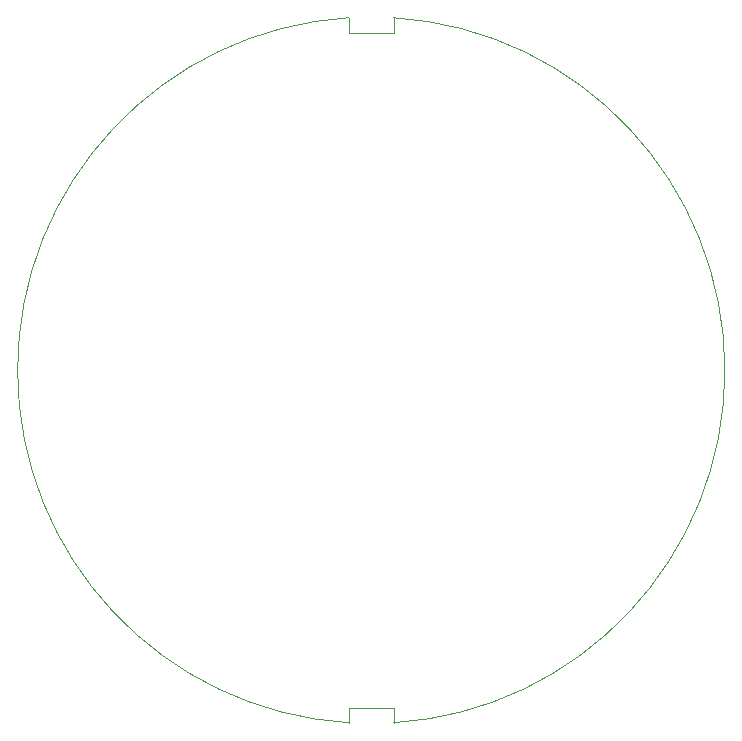
<source format=gko>
G04 #@! TF.FileFunction,Profile,NP*
%FSLAX46Y46*%
G04 Gerber Fmt 4.6, Leading zero omitted, Abs format (unit mm)*
G04 Created by KiCad (PCBNEW (2015-08-12 BZR 6086)-product) date Tue 01 Sep 2015 09:02:53 PM CEST*
%MOMM*%
G01*
G04 APERTURE LIST*
%ADD10C,0.100000*%
G04 APERTURE END LIST*
D10*
X128904993Y-97155033D02*
G75*
G02X128904992Y-156844967I-1865293J-29844967D01*
G01*
X125095007Y-156844967D02*
G75*
G02X125095008Y-97155033I1865293J29844967D01*
G01*
X128905000Y-155575000D02*
X128905000Y-156845000D01*
X125095000Y-155575000D02*
X128905000Y-155575000D01*
X125095000Y-156845000D02*
X125095000Y-155575000D01*
X125095000Y-98425000D02*
X125095000Y-97155000D01*
X128905000Y-98425000D02*
X128905000Y-97155000D01*
X125095000Y-98425000D02*
X128905000Y-98425000D01*
M02*

</source>
